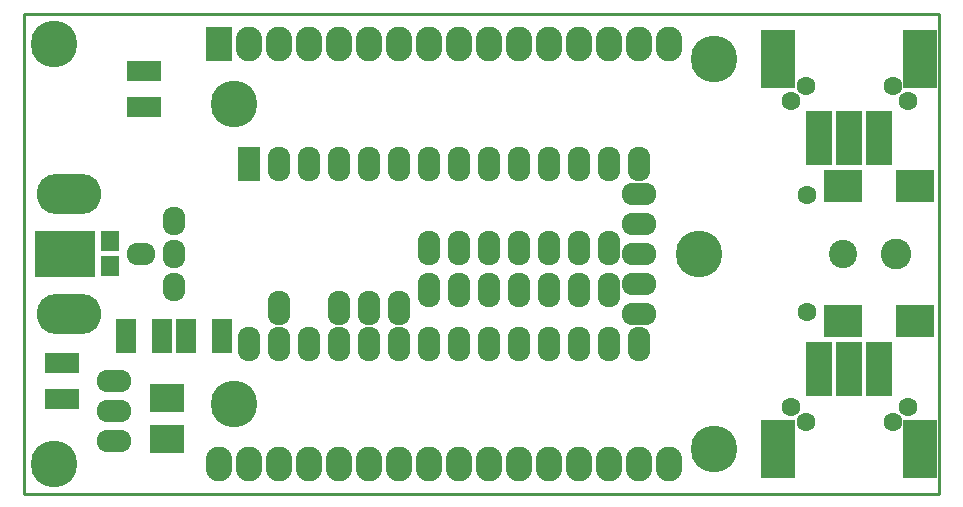
<source format=gbs>
G04 #@! TF.FileFunction,Soldermask,Bot*
%FSLAX46Y46*%
G04 Gerber Fmt 4.6, Leading zero omitted, Abs format (unit mm)*
G04 Created by KiCad (PCBNEW 4.1.0-alpha+201607150317+6980~46~ubuntu16.04.1-product) date Fri Jul 15 13:36:51 2016*
%MOMM*%
%LPD*%
G01*
G04 APERTURE LIST*
%ADD10C,0.100000*%
%ADD11C,0.228600*%
%ADD12O,2.254200X2.940000*%
%ADD13R,2.254200X2.940000*%
%ADD14C,3.956000*%
%ADD15R,1.670000X2.940000*%
%ADD16R,2.940000X1.670000*%
%ADD17R,3.200000X2.800000*%
%ADD18C,2.400000*%
%ADD19C,2.600000*%
%ADD20R,2.178000X4.591000*%
%ADD21C,1.600200*%
%ADD22R,2.997200X5.029200*%
%ADD23O,2.940000X1.924000*%
%ADD24O,5.480000X3.448000*%
%ADD25O,2.432000X1.924000*%
%ADD26O,1.924000X2.432000*%
%ADD27R,2.900000X2.400000*%
%ADD28R,5.160000X4.000000*%
%ADD29R,1.640000X1.800000*%
%ADD30R,1.924000X2.940000*%
%ADD31O,1.924000X2.940000*%
G04 APERTURE END LIST*
D10*
D11*
X137160000Y-79375000D02*
X59690000Y-79375000D01*
X137160000Y-120015000D02*
X137160000Y-79375000D01*
X59690000Y-120015000D02*
X137160000Y-120015000D01*
X59690000Y-79375000D02*
X59690000Y-120015000D01*
D12*
X78740000Y-81915000D03*
X81280000Y-81915000D03*
D13*
X76200000Y-81915000D03*
D12*
X83820000Y-81915000D03*
X86360000Y-81915000D03*
X88900000Y-81915000D03*
X91440000Y-81915000D03*
X93980000Y-81915000D03*
X96520000Y-81915000D03*
X99060000Y-81915000D03*
X101600000Y-81915000D03*
X104140000Y-81915000D03*
X106680000Y-81915000D03*
X109220000Y-81915000D03*
X111760000Y-81915000D03*
X114300000Y-81915000D03*
X114300000Y-117475000D03*
X111760000Y-117475000D03*
X109220000Y-117475000D03*
X106680000Y-117475000D03*
X104140000Y-117475000D03*
X101600000Y-117475000D03*
X99060000Y-117475000D03*
X96520000Y-117475000D03*
X93980000Y-117475000D03*
X91440000Y-117475000D03*
X88900000Y-117475000D03*
X86360000Y-117475000D03*
X83820000Y-117475000D03*
X81280000Y-117475000D03*
X78740000Y-117475000D03*
X76200000Y-117475000D03*
D14*
X77470000Y-86995000D03*
X77470000Y-112395000D03*
X118110000Y-116205000D03*
X118110000Y-83185000D03*
D15*
X68326000Y-106680000D03*
X71374000Y-106680000D03*
D16*
X62865000Y-112014000D03*
X62865000Y-108966000D03*
D17*
X129030000Y-105395000D03*
X135130000Y-105395000D03*
X129030000Y-93995000D03*
X135130000Y-93995000D03*
D18*
X129030000Y-99695000D03*
D19*
X133530000Y-99695000D03*
D20*
X132080000Y-89916000D03*
X129540000Y-89916000D03*
X127000000Y-89916000D03*
D21*
X134493000Y-86741000D03*
X124587000Y-86741000D03*
D22*
X135534400Y-83185000D03*
X123545600Y-83185000D03*
D21*
X125984000Y-94742000D03*
X125984000Y-104648000D03*
D20*
X127000000Y-109474000D03*
X129540000Y-109474000D03*
X132080000Y-109474000D03*
D21*
X124587000Y-112649000D03*
X134493000Y-112649000D03*
D22*
X123545600Y-116205000D03*
X135534400Y-116205000D03*
D23*
X67310000Y-113030000D03*
X67310000Y-115570000D03*
X67310000Y-110490000D03*
D24*
X63500000Y-104775000D03*
X63500000Y-94615000D03*
D25*
X69596000Y-99695000D03*
D26*
X72390000Y-99695000D03*
X72390000Y-96901000D03*
X72390000Y-102489000D03*
D27*
X71755000Y-115365000D03*
X71755000Y-111965000D03*
D21*
X125857000Y-85471000D03*
X133223000Y-85471000D03*
X133223000Y-113919000D03*
X125857000Y-113919000D03*
D28*
X63115000Y-99695000D03*
D29*
X66915000Y-100760000D03*
X66915000Y-98630000D03*
D14*
X116840000Y-99695000D03*
X62230000Y-117475000D03*
X62230000Y-81915000D03*
D30*
X78740000Y-92075000D03*
D31*
X81280000Y-92075000D03*
X83820000Y-92075000D03*
X86360000Y-92075000D03*
X88900000Y-92075000D03*
X91440000Y-92075000D03*
X93980000Y-92075000D03*
X96520000Y-92075000D03*
X99060000Y-92075000D03*
X101600000Y-92075000D03*
X104140000Y-92075000D03*
X106680000Y-92075000D03*
X109220000Y-92075000D03*
X111760000Y-92075000D03*
X111760000Y-107315000D03*
X109220000Y-107315000D03*
X106680000Y-107315000D03*
X104140000Y-107315000D03*
X101600000Y-107315000D03*
X99060000Y-107315000D03*
X96520000Y-107315000D03*
X93980000Y-107315000D03*
X91440000Y-107315000D03*
X88900000Y-107315000D03*
X86360000Y-107315000D03*
X83820000Y-107315000D03*
X81280000Y-107315000D03*
X78740000Y-107315000D03*
D23*
X111760000Y-104775000D03*
X111760000Y-102235000D03*
X111760000Y-99695000D03*
X111760000Y-97155000D03*
X111760000Y-94615000D03*
D31*
X81280000Y-104267000D03*
X86360000Y-104267000D03*
X88900000Y-104267000D03*
X91440000Y-104267000D03*
X93980000Y-102743000D03*
X93980000Y-99187000D03*
X96520000Y-102743000D03*
X96520000Y-99187000D03*
X99060000Y-99187000D03*
X101600000Y-99187000D03*
X104140000Y-99187000D03*
X106680000Y-99187000D03*
X109220000Y-99187000D03*
X99060000Y-102743000D03*
X101600000Y-102743000D03*
X104140000Y-102743000D03*
X106680000Y-102743000D03*
X109220000Y-102743000D03*
D16*
X69850000Y-84201000D03*
X69850000Y-87249000D03*
D15*
X76454000Y-106680000D03*
X73406000Y-106680000D03*
M02*

</source>
